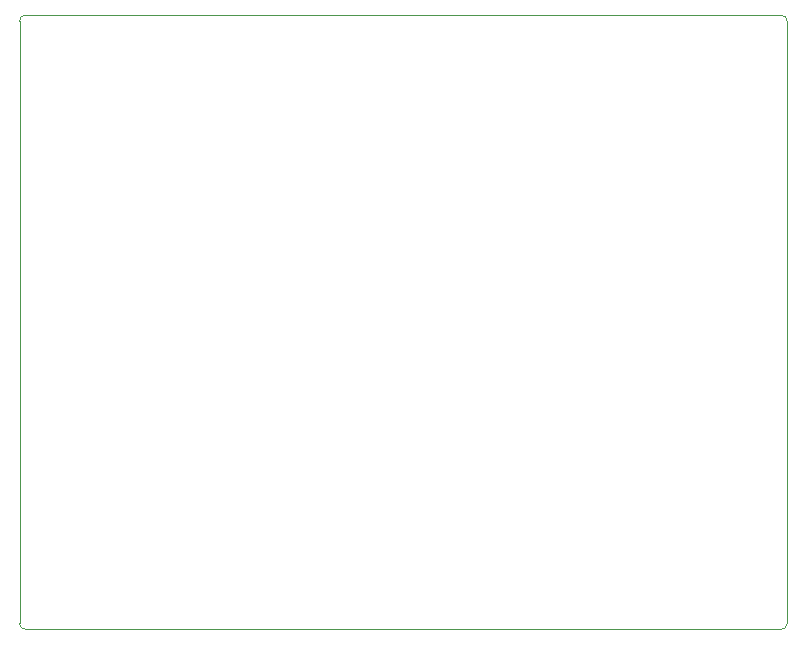
<source format=gm1>
G04 #@! TF.GenerationSoftware,KiCad,Pcbnew,8.0.5*
G04 #@! TF.CreationDate,2026-01-30T21:43:26+07:00*
G04 #@! TF.ProjectId,RouterCoreBaseRevA,526f7574-6572-4436-9f72-654261736552,rev?*
G04 #@! TF.SameCoordinates,PX2793d60PY5cfbb60*
G04 #@! TF.FileFunction,Profile,NP*
%FSLAX46Y46*%
G04 Gerber Fmt 4.6, Leading zero omitted, Abs format (unit mm)*
G04 Created by KiCad (PCBNEW 8.0.5) date 2026-01-30 21:43:26*
%MOMM*%
%LPD*%
G01*
G04 APERTURE LIST*
G04 #@! TA.AperFunction,Profile*
%ADD10C,0.050000*%
G04 #@! TD*
G04 APERTURE END LIST*
D10*
X500000Y0D02*
G75*
G02*
X0Y500000I0J500000D01*
G01*
X500000Y0D02*
X64500000Y0D01*
X64500000Y52000000D02*
X500000Y52000000D01*
X0Y51500000D02*
X0Y500000D01*
X64500000Y52000000D02*
G75*
G02*
X65000000Y51500000I0J-500000D01*
G01*
X0Y51500000D02*
G75*
G02*
X500000Y52000000I500000J0D01*
G01*
X65000000Y500000D02*
G75*
G02*
X64500000Y0I-500000J0D01*
G01*
X65000000Y500000D02*
X65000000Y51500000D01*
M02*

</source>
